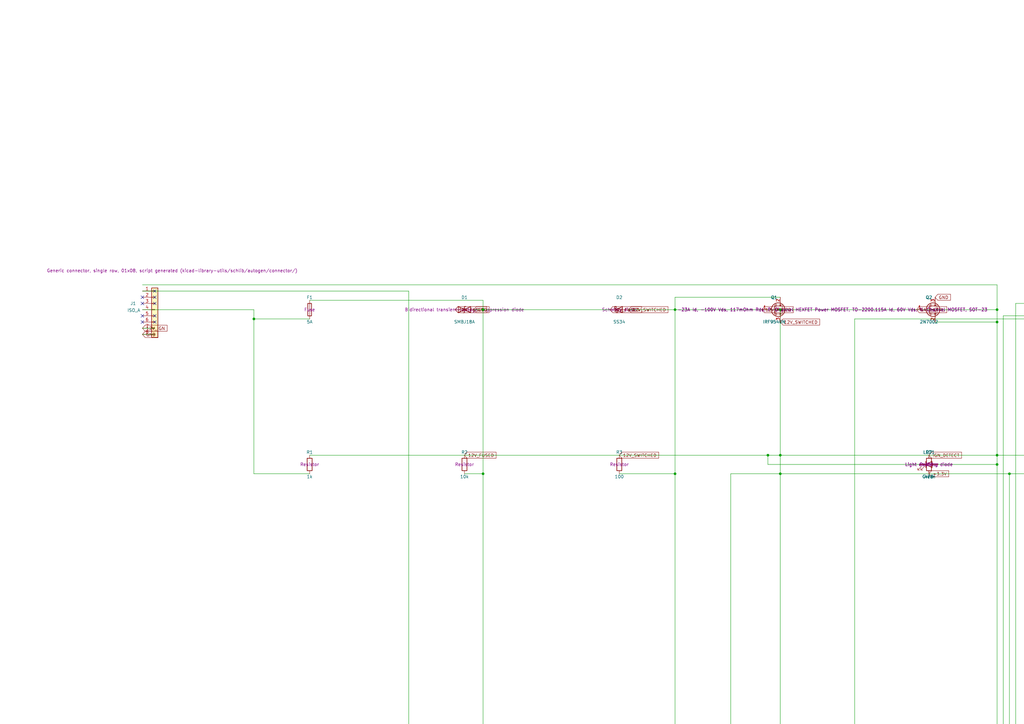
<source format=kicad_sch>
(kicad_sch (version 20250114) (generator "eeschema") (generator_version "9.0")
  (paper "A3")
  (title_block (title "WRX Power & CAN HAT") (date "2026-02-02T00:08:32.410828") (rev "1.0") (company "Auto-generated by Python"))
  (junction (at 276.86 568.96))
  (junction (at 276.86 314.96))
  (junction (at 408.94 694.69))
  (junction (at 320.04 127))
  (junction (at 408.94 186.69))
  (junction (at 568.96 317.5))
  (junction (at 734.06 821.69))
  (junction (at 408.94 132.08))
  (junction (at 477.52 194.31))
  (junction (at 734.06 764.54))
  (junction (at 411.48 693.42))
  (junction (at 487.68 711.2))
  (junction (at 401.32 574.04))
  (junction (at 104.14 130.81))
  (junction (at 408.94 309.88))
  (junction (at 734.06 767.08))
  (junction (at 487.68 523.24))
  (junction (at 421.64 129.54))
  (junction (at 299.72 505.46))
  (junction (at 401.32 575.31))
  (junction (at 408.94 567.69))
  (junction (at 447.04 384.81))
  (junction (at 408.94 127))
  (junction (at 408.94 508))
  (junction (at 571.5 320.04))
  (junction (at 167.64 511.81))
  (junction (at 487.68 377.19))
  (junction (at 408.94 711.2))
  (junction (at 408.94 377.19))
  (junction (at 411.48 515.62))
  (junction (at 355.6 515.62))
  (junction (at 698.5 765.81))
  (junction (at 505.46 675.64))
  (junction (at 236.22 377.19))
  (junction (at 487.68 384.81))
  (junction (at 408.94 317.5))
  (junction (at 487.68 502.92))
  (junction (at 601.98 568.96))
  (junction (at 276.86 194.31))
  (junction (at 566.42 571.5))
  (junction (at 401.32 702.31))
  (junction (at 276.86 702.31))
  (junction (at 408.94 754.38))
  (junction (at 236.22 320.04))
  (junction (at 408.94 716.28))
  (junction (at 378.46 571.5))
  (junction (at 401.32 384.81))
  (junction (at 487.68 702.31))
  (junction (at 401.32 718.82))
  (junction (at 276.86 127))
  (junction (at 487.68 575.31))
  (junction (at 487.68 186.69))
  (junction (at 276.86 320.04))
  (junction (at 408.94 713.74))
  (junction (at 774.7 762))
  (junction (at 299.72 575.31))
  (junction (at 314.96 186.69))
  (junction (at 408.94 698.5))
  (junction (at 320.04 194.31))
  (junction (at 195.58 317.5))
  (junction (at 416.56 520.7))
  (junction (at 411.48 575.31))
  (junction (at 408.94 190.5))
  (junction (at 421.64 124.46))
  (junction (at 198.12 127))
  (junction (at 198.12 194.31))
  (junction (at 477.52 186.69))
  (junction (at 571.5 568.96))
  (junction (at 566.42 384.81))
  (junction (at 487.68 765.81))
  (junction (at 408.94 756.92))
  (junction (at 421.64 518.16))
  (junction (at 487.68 721.36))
  (junction (at 408.94 513.08))
  (junction (at 320.04 508))
  (junction (at 355.6 511.81))
  (junction (at 414.02 194.31))
  (junction (at 474.98 317.5))
  (junction (at 320.04 186.69))
  (junction (at 401.32 721.36))
  (junction (at 734.06 758.19))
  (junction (at 421.64 525.78))
  (junction (at 421.64 695.96))
  (junction (at 401.32 568.96))
  (junction (at 487.68 194.31))
  (junction (at 487.68 504.19))
  (junction (at 195.58 314.96))
  (no_connect (at 642.62 317.5))
  (no_connect (at 375.92 690.88))
  (no_connect (at 439.42 571.5))
  (no_connect (at 375.92 708.66))
  (no_connect (at 58.42 129.54))
  (no_connect (at 566.42 701.04))
  (no_connect (at 375.92 680.72))
  (no_connect (at 388.62 721.36))
  (no_connect (at 13.97 617.22))
  (no_connect (at 566.42 695.96))
  (no_connect (at 439.42 510.54))
  (no_connect (at 566.42 718.82))
  (no_connect (at 439.42 513.08))
  (no_connect (at 629.92 317.5))
  (no_connect (at 388.62 693.42))
  (no_connect (at 375.92 723.9))
  (no_connect (at 388.62 723.9))
  (no_connect (at 566.42 708.66))
  (no_connect (at 63.5 121.92))
  (no_connect (at 566.42 698.5))
  (no_connect (at 63.5 119.38))
  (no_connect (at 439.42 574.04))
  (no_connect (at 388.62 698.5))
  (no_connect (at 375.92 716.28))
  (no_connect (at 388.62 685.8))
  (no_connect (at 375.92 706.12))
  (no_connect (at 388.62 695.96))
  (no_connect (at 439.42 505.46))
  (no_connect (at 58.42 121.92))
  (no_connect (at 375.92 688.34))
  (no_connect (at 388.62 683.26))
  (no_connect (at 58.42 124.46))
  (no_connect (at 388.62 711.2))
  (no_connect (at 629.92 320.04))
  (no_connect (at 63.5 132.08))
  (no_connect (at 388.62 713.74))
  (no_connect (at 63.5 129.54))
  (no_connect (at 375.92 678.18))
  (no_connect (at 375.92 713.74))
  (no_connect (at 388.62 706.12))
  (no_connect (at 58.42 132.08))
  (no_connect (at 388.62 690.88))
  (no_connect (at 566.42 716.28))
  (no_connect (at 63.5 124.46))
  (no_connect (at 375.92 718.82))
  (no_connect (at 375.92 683.26))
  (no_connect (at 439.42 528.32))
  (no_connect (at 439.42 508))
  (wire (pts (xy 734.06 821.69) (xy 734.06 767.08)))
  (wire (pts (xy 195.58 317.5) (xy 250.19 317.5)))
  (wire (pts (xy 439.42 515.62) (xy 411.48 515.62)))
  (wire (pts (xy 198.12 123.19) (xy 198.12 127)))
  (wire (pts (xy 408.94 698.5) (xy 408.94 694.69)))
  (wire (pts (xy 299.72 194.31) (xy 299.72 505.46)))
  (wire (pts (xy 571.5 706.12) (xy 571.5 568.96)))
  (wire (pts (xy 254 497.84) (xy 350.52 497.84)))
  (wire (pts (xy 421.64 129.54) (xy 411.48 129.54)))
  (wire (pts (xy 408.94 754.38) (xy 408.94 716.28)))
  (wire (pts (xy 408.94 309.88) (xy 408.94 317.5)))
  (wire (pts (xy 408.94 713.74) (xy 408.94 711.2)))
  (wire (pts (xy 734.06 377.19) (xy 734.06 758.19)))
  (wire (pts (xy 375.92 721.36) (xy 401.32 721.36)))
  (wire (pts (xy 421.64 695.96) (xy 447.04 695.96)))
  (wire (pts (xy 762 758.19) (xy 734.06 758.19)))
  (wire (pts (xy 320.04 194.31) (xy 414.02 194.31)))
  (wire (pts (xy 421.64 129.54) (xy 421.64 518.16)))
  (wire (pts (xy 487.68 702.31) (xy 401.32 702.31)))
  (wire (pts (xy 411.48 693.42) (xy 416.56 693.42)))
  (wire (pts (xy 254 377.19) (xy 236.22 377.19)))
  (wire (pts (xy 571.5 384.81) (xy 571.5 568.96)))
  (wire (pts (xy 381 504.19) (xy 487.68 504.19)))
  (wire (pts (xy 421.64 124.46) (xy 421.64 129.54)))
  (wire (pts (xy 408.94 127) (xy 408.94 132.08)))
  (wire (pts (xy 276.86 314.96) (xy 276.86 320.04)))
  (wire (pts (xy 195.58 321.31) (xy 195.58 317.5)))
  (wire (pts (xy 401.32 568.96) (xy 276.86 568.96)))
  (wire (pts (xy 314.96 186.69) (xy 314.96 190.5)))
  (wire (pts (xy 127 690.88) (xy 167.64 690.88)))
  (wire (pts (xy 299.72 505.46) (xy 325.12 505.46)))
  (wire (pts (xy 190.5 313.69) (xy 401.32 313.69)))
  (wire (pts (xy 820.42 764.54) (xy 734.06 764.54)))
  (wire (pts (xy 487.68 384.81) (xy 487.68 502.92)))
  (wire (pts (xy 734.06 767.08) (xy 734.06 764.54)))
  (wire (pts (xy 408.94 756.92) (xy 408.94 754.38)))
  (wire (pts (xy 388.62 716.28) (xy 408.94 716.28)))
  (wire (pts (xy 414.02 194.31) (xy 477.52 194.31)))
  (wire (pts (xy 408.94 377.19) (xy 408.94 508)))
  (wire (pts (xy 401.32 575.31) (xy 411.48 575.31)))
  (wire (pts (xy 820.42 762) (xy 774.7 762)))
  (wire (pts (xy 377.19 190.5) (xy 314.96 190.5)))
  (wire (pts (xy 401.32 575.31) (xy 401.32 574.04)))
  (wire (pts (xy 350.52 130.81) (xy 350.52 497.84)))
  (wire (pts (xy 820.42 756.92) (xy 408.94 756.92)))
  (wire (pts (xy 236.22 320.04) (xy 276.86 320.04)))
  (wire (pts (xy 601.98 568.96) (xy 571.5 568.96)))
  (wire (pts (xy 408.94 132.08) (xy 408.94 186.69)))
  (wire (pts (xy 276.86 127) (xy 276.86 194.31)))
  (wire (pts (xy 198.12 127) (xy 198.12 194.31)))
  (wire (pts (xy 355.6 515.62) (xy 411.48 515.62)))
  (wire (pts (xy 566.42 508) (xy 505.46 508)))
  (wire (pts (xy 254 515.62) (xy 355.6 515.62)))
  (wire (pts (xy 236.22 384.81) (xy 401.32 384.81)))
  (wire (pts (xy 276.86 702.31) (xy 299.72 702.31)))
  (wire (pts (xy 698.5 384.81) (xy 698.5 694.69)))
  (wire (pts (xy 355.6 511.81) (xy 355.6 515.62)))
  (wire (pts (xy 566.42 711.2) (xy 487.68 711.2)))
  (wire (pts (xy 104.14 127) (xy 104.14 130.81)))
  (wire (pts (xy 276.86 121.92) (xy 276.86 127)))
  (wire (pts (xy 58.42 134.62) (xy 63.5 134.62)))
  (wire (pts (xy 698.5 702.31) (xy 698.5 758.19)))
  (wire (pts (xy 439.42 523.24) (xy 487.68 523.24)))
  (wire (pts (xy 408.94 513.08) (xy 408.94 508)))
  (wire (pts (xy 190.5 694.69) (xy 408.94 694.69)))
  (wire (pts (xy 355.6 510.54) (xy 355.6 511.81)))
  (wire (pts (xy 574.04 502.92) (xy 601.98 502.92)))
  (wire (pts (xy 58.42 116.84) (xy 408.94 116.84)))
  (wire (pts (xy 575.31 317.5) (xy 568.96 317.5)))
  (wire (pts (xy 401.32 574.04) (xy 401.32 568.96)))
  (wire (pts (xy 571.5 320.04) (xy 566.42 320.04)))
  (wire (pts (xy 421.64 525.78) (xy 421.64 518.16)))
  (wire (pts (xy 378.46 571.5) (xy 378.46 765.81)))
  (wire (pts (xy 401.32 568.96) (xy 571.5 568.96)))
  (wire (pts (xy 320.04 194.31) (xy 320.04 508)))
  (wire (pts (xy 411.48 515.62) (xy 411.48 575.31)))
  (wire (pts (xy 375.92 695.96) (xy 421.64 695.96)))
  (wire (pts (xy 375.92 711.2) (xy 408.94 711.2)))
  (wire (pts (xy 571.5 567.69) (xy 568.96 567.69)))
  (wire (pts (xy 381 511.81) (xy 355.6 511.81)))
  (wire (pts (xy 254 194.31) (xy 276.86 194.31)))
  (wire (pts (xy 734.06 821.69) (xy 774.7 821.69)))
  (wire (pts (xy 487.68 765.81) (xy 698.5 765.81)))
  (wire (pts (xy 571.5 575.31) (xy 487.68 575.31)))
  (wire (pts (xy 505.46 829.31) (xy 505.46 675.64)))
  (wire (pts (xy 408.94 716.28) (xy 408.94 713.74)))
  (wire (pts (xy 195.58 314.96) (xy 195.58 317.5)))
  (wire (pts (xy 566.42 706.12) (xy 571.5 706.12)))
  (wire (pts (xy 566.42 384.81) (xy 566.42 571.5)))
  (wire (pts (xy 487.68 194.31) (xy 487.68 377.19)))
  (wire (pts (xy 375.92 675.64) (xy 505.46 675.64)))
  (wire (pts (xy 421.64 124.46) (xy 452.12 124.46)))
  (wire (pts (xy 444.5 384.81) (xy 447.04 384.81)))
  (wire (pts (xy 243.84 505.46) (xy 299.72 505.46)))
  (wire (pts (xy 320.04 186.69) (xy 408.94 186.69)))
  (wire (pts (xy 487.68 377.19) (xy 487.68 384.81)))
  (wire (pts (xy 820.42 754.38) (xy 408.94 754.38)))
  (wire (pts (xy 487.68 702.31) (xy 487.68 575.31)))
  (wire (pts (xy 408.94 513.08) (xy 574.04 513.08)))
  (wire (pts (xy 487.68 502.92) (xy 487.68 504.19)))
  (wire (pts (xy 635 377.19) (xy 734.06 377.19)))
  (wire (pts (xy 408.94 698.5) (xy 421.64 698.5)))
  (wire (pts (xy 568.96 317.5) (xy 568.96 567.69)))
  (wire (pts (xy 190.5 321.31) (xy 195.58 321.31)))
  (wire (pts (xy 320.04 194.31) (xy 299.72 194.31)))
  (wire (pts (xy 447.04 384.81) (xy 447.04 695.96)))
  (wire (pts (xy 566.42 320.04) (xy 566.42 384.81)))
  (wire (pts (xy 439.42 518.16) (xy 421.64 518.16)))
  (wire (pts (xy 320.04 508) (xy 408.94 508)))
  (wire (pts (xy 408.94 186.69) (xy 408.94 190.5)))
  (wire (pts (xy 508 377.19) (xy 487.68 377.19)))
  (wire (pts (xy 487.68 702.31) (xy 698.5 702.31)))
  (wire (pts (xy 401.32 702.31) (xy 401.32 575.31)))
  (wire (pts (xy 487.68 523.24) (xy 487.68 575.31)))
  (wire (pts (xy 317.5 377.19) (xy 408.94 377.19)))
  (wire (pts (xy 487.68 721.36) (xy 487.68 711.2)))
  (wire (pts (xy 127 575.31) (xy 198.12 575.31)))
  (wire (pts (xy 190.5 702.31) (xy 276.86 702.31)))
  (wire (pts (xy 571.5 384.81) (xy 566.42 384.81)))
  (wire (pts (xy 601.98 568.96) (xy 693.42 568.96)))
  (wire (pts (xy 119.38 698.5) (xy 408.94 698.5)))
  (wire (pts (xy 487.68 186.69) (xy 635 186.69)))
  (wire (pts (xy 236.22 384.81) (xy 236.22 377.19)))
  (wire (pts (xy 320.04 127) (xy 408.94 127)))
  (wire (pts (xy 762 765.81) (xy 698.5 765.81)))
  (wire (pts (xy 421.64 695.96) (xy 421.64 525.78)))
  (wire (pts (xy 195.58 314.96) (xy 276.86 314.96)))
  (wire (pts (xy 474.98 317.5) (xy 408.94 317.5)))
  (wire (pts (xy 408.94 116.84) (xy 408.94 127)))
  (wire (pts (xy 820.42 767.08) (xy 734.06 767.08)))
  (wire (pts (xy 167.64 690.88) (xy 167.64 511.81)))
  (wire (pts (xy 444.5 377.19) (xy 408.94 377.19)))
  (wire (pts (xy 474.98 317.5) (xy 504.19 317.5)))
  (wire (pts (xy 194.31 571.5) (xy 378.46 571.5)))
  (wire (pts (xy 401.32 721.36) (xy 487.68 721.36)))
  (wire (pts (xy 487.68 575.31) (xy 411.48 575.31)))
  (wire (pts (xy 401.32 721.36) (xy 401.32 718.82)))
  (wire (pts (xy 635 821.69) (xy 734.06 821.69)))
  (wire (pts (xy 299.72 702.31) (xy 299.72 575.31)))
  (wire (pts (xy 477.52 186.69) (xy 487.68 186.69)))
  (wire (pts (xy 127 130.81) (xy 104.14 130.81)))
  (wire (pts (xy 411.48 129.54) (xy 411.48 515.62)))
  (wire (pts (xy 474.98 123.19) (xy 474.98 317.5)))
  (wire (pts (xy 388.62 708.66) (xy 325.12 708.66)))
  (wire (pts (xy 408.94 317.5) (xy 408.94 377.19)))
  (wire (pts (xy 320.04 127) (xy 320.04 186.69)))
  (wire (pts (xy 317.5 511.81) (xy 167.64 511.81)))
  (wire (pts (xy 487.68 711.2) (xy 487.68 702.31)))
  (wire (pts (xy 114.3 320.04) (xy 236.22 320.04)))
  (wire (pts (xy 444.5 123.19) (xy 474.98 123.19)))
  (wire (pts (xy 276.86 702.31) (xy 276.86 568.96)))
  (wire (pts (xy 566.42 703.58) (xy 566.42 571.5)))
  (wire (pts (xy 276.86 127) (xy 320.04 127)))
  (wire (pts (xy 416.56 693.42) (xy 416.56 520.7)))
  (wire (pts (xy 421.64 698.5) (xy 421.64 695.96)))
  (wire (pts (xy 820.42 759.46) (xy 774.7 759.46)))
  (wire (pts (xy 299.72 575.31) (xy 299.72 505.46)))
  (wire (pts (xy 629.92 571.5) (xy 693.42 571.5)))
  (wire (pts (xy 257.81 127) (xy 276.86 127)))
  (wire (pts (xy 276.86 194.31) (xy 276.86 314.96)))
  (wire (pts (xy 477.52 186.69) (xy 477.52 194.31)))
  (wire (pts (xy 384.81 190.5) (xy 408.94 190.5)))
  (wire (pts (xy 487.68 504.19) (xy 487.68 523.24)))
  (wire (pts (xy 320.04 186.69) (xy 320.04 194.31)))
  (wire (pts (xy 190.5 194.31) (xy 198.12 194.31)))
  (wire (pts (xy 487.68 765.81) (xy 487.68 721.36)))
  (wire (pts (xy 693.42 574.04) (xy 401.32 574.04)))
  (wire (pts (xy 257.81 317.5) (xy 408.94 317.5)))
  (wire (pts (xy 314.96 186.69) (xy 320.04 186.69)))
  (wire (pts (xy 408.94 694.69) (xy 698.5 694.69)))
  (wire (pts (xy 58.42 137.16) (xy 63.5 137.16)))
  (wire (pts (xy 447.04 384.81) (xy 487.68 384.81)))
  (wire (pts (xy 236.22 320.04) (xy 236.22 377.19)))
  (wire (pts (xy 566.42 713.74) (xy 408.94 713.74)))
  (wire (pts (xy 487.68 194.31) (xy 635 194.31)))
  (wire (pts (xy 421.64 124.46) (xy 416.56 124.46)))
  (wire (pts (xy 198.12 127) (xy 250.19 127)))
  (wire (pts (xy 487.68 765.81) (xy 378.46 765.81)))
  (wire (pts (xy 325.12 505.46) (xy 325.12 708.66)))
  (wire (pts (xy 299.72 575.31) (xy 401.32 575.31)))
  (wire (pts (xy 320.04 121.92) (xy 276.86 121.92)))
  (wire (pts (xy 408.94 190.5) (xy 408.94 309.88)))
  (wire (pts (xy 114.3 314.96) (xy 195.58 314.96)))
  (wire (pts (xy 104.14 130.81) (xy 104.14 194.31)))
  (wire (pts (xy 408.94 567.69) (xy 408.94 513.08)))
  (wire (pts (xy 127 186.69) (xy 314.96 186.69)))
  (wire (pts (xy 194.31 127) (xy 198.12 127)))
  (wire (pts (xy 127 194.31) (xy 104.14 194.31)))
  (wire (pts (xy 401.32 384.81) (xy 401.32 568.96)))
  (wire (pts (xy 58.42 119.38) (xy 167.64 119.38)))
  (wire (pts (xy 408.94 758.19) (xy 408.94 756.92)))
  (wire (pts (xy 408.94 758.19) (xy 698.5 758.19)))
  (wire (pts (xy 411.48 693.42) (xy 411.48 575.31)))
  (wire (pts (xy 571.5 320.04) (xy 571.5 377.19)))
  (wire (pts (xy 408.94 694.69) (xy 408.94 567.69)))
  (wire (pts (xy 408.94 711.2) (xy 408.94 698.5)))
  (wire (pts (xy 127 309.88) (xy 408.94 309.88)))
  (wire (pts (xy 601.98 502.92) (xy 601.98 568.96)))
  (wire (pts (xy 383.54 132.08) (xy 408.94 132.08)))
  (wire (pts (xy 243.84 510.54) (xy 355.6 510.54)))
  (wire (pts (xy 414.02 194.31) (xy 414.02 571.5)))
  (wire (pts (xy 254 575.31) (xy 299.72 575.31)))
  (wire (pts (xy 243.84 508) (xy 320.04 508)))
  (wire (pts (xy 508 384.81) (xy 487.68 384.81)))
  (wire (pts (xy 375.92 693.42) (xy 411.48 693.42)))
  (wire (pts (xy 635 384.81) (xy 698.5 384.81)))
  (wire (pts (xy 505.46 508) (xy 505.46 675.64)))
  (wire (pts (xy 416.56 124.46) (xy 416.56 520.7)))
  (wire (pts (xy 388.62 718.82) (xy 401.32 718.82)))
  (wire (pts (xy 243.84 502.92) (xy 487.68 502.92)))
  (wire (pts (xy 378.46 571.5) (xy 414.02 571.5)))
  (wire (pts (xy 439.42 520.7) (xy 416.56 520.7)))
  (wire (pts (xy 487.68 186.69) (xy 487.68 194.31)))
  (wire (pts (xy 571.5 320.04) (xy 642.62 320.04)))
  (wire (pts (xy 487.68 194.31) (xy 477.52 194.31)))
  (wire (pts (xy 408.94 186.69) (xy 477.52 186.69)))
  (wire (pts (xy 127 123.19) (xy 198.12 123.19)))
  (wire (pts (xy 774.7 762) (xy 774.7 821.69)))
  (wire (pts (xy 502.92 571.5) (xy 566.42 571.5)))
  (wire (pts (xy 58.42 127) (xy 104.14 127)))
  (wire (pts (xy 511.81 317.5) (xy 568.96 317.5)))
  (wire (pts (xy 401.32 718.82) (xy 401.32 702.31)))
  (wire (pts (xy 401.32 313.69) (xy 401.32 384.81)))
  (wire (pts (xy 198.12 194.31) (xy 198.12 575.31)))
  (wire (pts (xy 734.06 764.54) (xy 734.06 758.19)))
  (wire (pts (xy 444.5 130.81) (xy 350.52 130.81)))
  (wire (pts (xy 276.86 320.04) (xy 276.86 568.96)))
  (wire (pts (xy 774.7 759.46) (xy 774.7 762)))
  (wire (pts (xy 167.64 119.38) (xy 167.64 511.81)))
  (wire (pts (xy 571.5 829.31) (xy 505.46 829.31)))
  (wire (pts (xy 421.64 129.54) (xy 452.12 129.54)))
  (wire (pts (xy 127 567.69) (xy 408.94 567.69)))
  (wire (pts (xy 439.42 525.78) (xy 421.64 525.78)))
  (global_label "SPI_SCLK" (shape input) (at 439.42 495.3 0) (property "Intersheetrefs" "${INTERSHEET_REFS}" (effects (hide yes))))
  (global_label "IGN_DETECT" (shape input) (at 317.5 567.69 0) (property "Intersheetrefs" "${INTERSHEET_REFS}" (effects (hide yes))))
  (global_label "GATE_CTRL" (shape input) (at 444.5 186.69 0) (property "Intersheetrefs" "${INTERSHEET_REFS}" (effects (hide yes))))
  (global_label "12V_FUSED" (shape input) (at 190.5 186.69 0) (property "Intersheetrefs" "${INTERSHEET_REFS}" (effects (hide yes))))
  (global_label "SPI_MOSI" (shape input) (at 439.42 497.84 0) (property "Intersheetrefs" "${INTERSHEET_REFS}" (effects (hide yes))))
  (global_label "GND" (shape input) (at 254 702.31 0) (property "Intersheetrefs" "${INTERSHEET_REFS}" (effects (hide yes))))
  (global_label "SPI_SCLK" (shape input) (at 436.88 129.54 0) (property "Intersheetrefs" "${INTERSHEET_REFS}" (effects (hide yes))))
  (global_label "Q2_GATE" (shape input) (at 508 186.69 0) (property "Intersheetrefs" "${INTERSHEET_REFS}" (effects (hide yes))))
  (global_label "SPI_MISO" (shape input) (at 439.42 490.22 0) (property "Intersheetrefs" "${INTERSHEET_REFS}" (effects (hide yes))))
  (global_label "GND" (shape input) (at 383.54 121.92 0) (property "Intersheetrefs" "${INTERSHEET_REFS}" (effects (hide yes))))
  (global_label "GND" (shape input) (at 58.42 137.16 0) (property "Intersheetrefs" "${INTERSHEET_REFS}" (effects (hide yes))))
  (global_label "CAN_TX" (shape input) (at 566.42 680.72 0) (property "Intersheetrefs" "${INTERSHEET_REFS}" (effects (hide yes))))
  (global_label "CANL" (shape input) (at 566.42 690.88 0) (property "Intersheetrefs" "${INTERSHEET_REFS}" (effects (hide yes))))
  (global_label "12V_FUSED" (shape input) (at 312.42 127 0) (property "Intersheetrefs" "${INTERSHEET_REFS}" (effects (hide yes))))
  (global_label "GND" (shape input) (at 317.5 575.31 0) (property "Intersheetrefs" "${INTERSHEET_REFS}" (effects (hide yes))))
  (global_label "GND" (shape input) (at 388.62 680.72 0) (property "Intersheetrefs" "${INTERSHEET_REFS}" (effects (hide yes))))
  (global_label "+5V" (shape input) (at 388.62 675.64 0) (property "Intersheetrefs" "${INTERSHEET_REFS}" (effects (hide yes))))
  (global_label "+3.3V" (shape input) (at 439.42 492.76 0) (property "Intersheetrefs" "${INTERSHEET_REFS}" (effects (hide yes))))
  (global_label "RESET" (shape input) (at 439.42 500.38 0) (property "Intersheetrefs" "${INTERSHEET_REFS}" (effects (hide yes))))
  (global_label "+3.3V" (shape input) (at 571.5 194.31 0) (property "Intersheetrefs" "${INTERSHEET_REFS}" (effects (hide yes))))
  (global_label "SPI_SCLK" (shape input) (at 375.92 703.58 0) (property "Intersheetrefs" "${INTERSHEET_REFS}" (effects (hide yes))))
  (global_label "GND" (shape input) (at 820.42 769.62 0) (property "Intersheetrefs" "${INTERSHEET_REFS}" (effects (hide yes))))
  (global_label "HEARTBEAT_LED" (shape input) (at 254 500.38 0) (property "Intersheetrefs" "${INTERSHEET_REFS}" (effects (hide yes))))
  (global_label "XTAL1" (shape input) (at 186.69 571.5 0) (property "Intersheetrefs" "${INTERSHEET_REFS}" (effects (hide yes))))
  (global_label "U1_FB" (shape input) (at 139.7 314.96 0) (property "Intersheetrefs" "${INTERSHEET_REFS}" (effects (hide yes))))
  (global_label "GND" (shape input) (at 127 325.12 0) (property "Intersheetrefs" "${INTERSHEET_REFS}" (effects (hide yes))))
  (global_label "12V_FUSED" (shape input) (at 186.69 127 0) (property "Intersheetrefs" "${INTERSHEET_REFS}" (effects (hide yes))))
  (global_label "GND" (shape input) (at 243.84 508 0) (property "Intersheetrefs" "${INTERSHEET_REFS}" (effects (hide yes))))
  (global_label "IGN_DETECT" (shape input) (at 381 186.69 0) (property "Intersheetrefs" "${INTERSHEET_REFS}" (effects (hide yes))))
  (global_label "GND" (shape input) (at 194.31 127 0) (property "Intersheetrefs" "${INTERSHEET_REFS}" (effects (hide yes))))
  (global_label "IGN_DETECT" (shape input) (at 243.84 510.54 0) (property "Intersheetrefs" "${INTERSHEET_REFS}" (effects (hide yes))))
  (global_label "U1_SW" (shape input) (at 257.81 317.5 0) (property "Intersheetrefs" "${INTERSHEET_REFS}" (effects (hide yes))))
  (global_label "+5V" (shape input) (at 254 567.69 0) (property "Intersheetrefs" "${INTERSHEET_REFS}" (effects (hide yes))))
  (global_label "SPI_CE0" (shape input) (at 436.88 124.46 0) (property "Intersheetrefs" "${INTERSHEET_REFS}" (effects (hide yes))))
  (global_label "TIMER_LED" (shape input) (at 254 518.16 0) (property "Intersheetrefs" "${INTERSHEET_REFS}" (effects (hide yes))))
  (global_label "LED3_ANODE" (shape input) (at 567.69 317.5 0) (property "Intersheetrefs" "${INTERSHEET_REFS}" (effects (hide yes))))
  (global_label "12V_SWITCHED" (shape input) (at 257.81 127 0) (property "Intersheetrefs" "${INTERSHEET_REFS}" (effects (hide yes))))
  (global_label "12V_SWITCHED" (shape input) (at 114.3 314.96 0) (property "Intersheetrefs" "${INTERSHEET_REFS}" (effects (hide yes))))
  (global_label "GND" (shape input) (at 571.5 765.81 0) (property "Intersheetrefs" "${INTERSHEET_REFS}" (effects (hide yes))))
  (global_label "12V_FUSED" (shape input) (at 250.19 127 0) (property "Intersheetrefs" "${INTERSHEET_REFS}" (effects (hide yes))))
  (global_label "+5V" (shape input) (at 635 694.69 0) (property "Intersheetrefs" "${INTERSHEET_REFS}" (effects (hide yes))))
  (global_label "GND" (shape input) (at 566.42 683.26 0) (property "Intersheetrefs" "${INTERSHEET_REFS}" (effects (hide yes))))
  (global_label "SHUTDOWN_REQ" (shape input) (at 264.16 510.54 0) (property "Intersheetrefs" "${INTERSHEET_REFS}" (effects (hide yes))))
  (global_label "CAN_RX" (shape input) (at 566.42 688.34 0) (property "Intersheetrefs" "${INTERSHEET_REFS}" (effects (hide yes))))
  (global_label "+3.3V" (shape input) (at 381 567.69 0) (property "Intersheetrefs" "${INTERSHEET_REFS}" (effects (hide yes))))
  (global_label "+3.3V" (shape input) (at 381 194.31 0) (property "Intersheetrefs" "${INTERSHEET_REFS}" (effects (hide yes))))
  (global_label "GND" (shape input) (at 439.42 502.92 0) (property "Intersheetrefs" "${INTERSHEET_REFS}" (effects (hide yes))))
  (global_label "U1_FB" (shape input) (at 254 384.81 0) (property "Intersheetrefs" "${INTERSHEET_REFS}" (effects (hide yes))))
  (global_label "SPI_CE0" (shape input) (at 388.62 703.58 0) (property "Intersheetrefs" "${INTERSHEET_REFS}" (effects (hide yes))))
  (global_label "12V_IGN" (shape input) (at 127 706.12 0) (property "Intersheetrefs" "${INTERSHEET_REFS}" (effects (hide yes))))
  (global_label "CANH" (shape input) (at 566.42 693.42 0) (property "Intersheetrefs" "${INTERSHEET_REFS}" (effects (hide yes))))
  (global_label "GATE_CTRL" (shape input) (at 264.16 508 0) (property "Intersheetrefs" "${INTERSHEET_REFS}" (effects (hide yes))))
  (global_label "12V_IGN" (shape input) (at 58.42 134.62 0) (property "Intersheetrefs" "${INTERSHEET_REFS}" (effects (hide yes))))
  (global_label "GATE_CTRL" (shape input) (at 375.92 127 0) (property "Intersheetrefs" "${INTERSHEET_REFS}" (effects (hide yes))))
  (global_label "XTAL1" (shape input) (at 571.5 758.19 0) (property "Intersheetrefs" "${INTERSHEET_REFS}" (effects (hide yes))))
  (global_label "FAN-" (shape input) (at 629.92 574.04 0) (property "Intersheetrefs" "${INTERSHEET_REFS}" (effects (hide yes))))
  (global_label "SPI_MISO" (shape input) (at 375.92 701.04 0) (property "Intersheetrefs" "${INTERSHEET_REFS}" (effects (hide yes))))
  (global_label "AUDIO_R_OUT" (shape input) (at 698.5 829.31 0) (property "Intersheetrefs" "${INTERSHEET_REFS}" (effects (hide yes))))
  (global_label "12V_SWITCHED" (shape input) (at 320.04 132.08 0) (property "Intersheetrefs" "${INTERSHEET_REFS}" (effects (hide yes))))
  (global_label "12V_IGN" (shape input) (at 317.5 504.19 0) (property "Intersheetrefs" "${INTERSHEET_REFS}" (effects (hide yes))))
  (global_label "+3.3V" (shape input) (at 243.84 513.08 0) (property "Intersheetrefs" "${INTERSHEET_REFS}" (effects (hide yes))))
  (global_label "GND" (shape input) (at 317.5 384.81 0) (property "Intersheetrefs" "${INTERSHEET_REFS}" (effects (hide yes))))
  (global_label "AUDIO_R_OUT" (shape input) (at 762 829.31 0) (property "Intersheetrefs" "${INTERSHEET_REFS}" (effects (hide yes))))
  (global_label "AUDIO_R+" (shape input) (at 698.5 821.69 0) (property "Intersheetrefs" "${INTERSHEET_REFS}" (effects (hide yes))))
  (global_label "GND" (shape input) (at 375.92 685.8 0) (property "Intersheetrefs" "${INTERSHEET_REFS}" (effects (hide yes))))
  (global_label "+3.3V" (shape input) (at 571.5 186.69 0) (property "Intersheetrefs" "${INTERSHEET_REFS}" (effects (hide yes))))
  (global_label "GND" (shape input) (at 134.62 698.5 0) (property "Intersheetrefs" "${INTERSHEET_REFS}" (effects (hide yes))))
  (global_label "+5V" (shape input) (at 388.62 678.18 0) (property "Intersheetrefs" "${INTERSHEET_REFS}" (effects (hide yes))))
  (global_label "SPI_MOSI" (shape input) (at 375.92 698.5 0) (property "Intersheetrefs" "${INTERSHEET_REFS}" (effects (hide yes))))
  (global_label "+3.3V" (shape input) (at 566.42 685.8 0) (property "Intersheetrefs" "${INTERSHEET_REFS}" (effects (hide yes))))
  (global_label "IGN_DETECT" (shape input) (at 254 694.69 0) (property "Intersheetrefs" "${INTERSHEET_REFS}" (effects (hide yes))))
  (global_label "CANH" (shape input) (at 571.5 377.19 0) (property "Intersheetrefs" "${INTERSHEET_REFS}" (effects (hide yes))))
  (global_label "GND" (shape input) (at 250.19 317.5 0) (property "Intersheetrefs" "${INTERSHEET_REFS}" (effects (hide yes))))
  (global_label "U1_SW" (shape input) (at 139.7 320.04 0) (property "Intersheetrefs" "${INTERSHEET_REFS}" (effects (hide yes))))
  (global_label "GND" (shape input) (at 508 194.31 0) (property "Intersheetrefs" "${INTERSHEET_REFS}" (effects (hide yes))))
  (global_label "GND" (shape input) (at 511.81 317.5 0) (property "Intersheetrefs" "${INTERSHEET_REFS}" (effects (hide yes))))
  (global_label "AUDIO_R-" (shape input) (at 762 821.69 0) (property "Intersheetrefs" "${INTERSHEET_REFS}" (effects (hide yes))))
  (global_label "GND" (shape input) (at 635 702.31 0) (property "Intersheetrefs" "${INTERSHEET_REFS}" (effects (hide yes))))
  (global_label "SHUTDOWN_REQ" (shape input) (at 388.62 688.34 0) (property "Intersheetrefs" "${INTERSHEET_REFS}" (effects (hide yes))))
  (global_label "CANH" (shape input) (at 629.92 314.96 0) (property "Intersheetrefs" "${INTERSHEET_REFS}" (effects (hide yes))))
  (global_label "GND" (shape input) (at 381 575.31 0) (property "Intersheetrefs" "${INTERSHEET_REFS}" (effects (hide yes))))
  (global_label "+3.3V" (shape input) (at 635 758.19 0) (property "Intersheetrefs" "${INTERSHEET_REFS}" (effects (hide yes))))
  (global_label "CANL" (shape input) (at 502.92 574.04 0) (property "Intersheetrefs" "${INTERSHEET_REFS}" (effects (hide yes))))
  (global_label "CANL" (shape input) (at 642.62 314.96 0) (property "Intersheetrefs" "${INTERSHEET_REFS}" (effects (hide yes))))
  (global_label "LED2_ANODE" (shape input) (at 444.5 130.81 0) (property "Intersheetrefs" "${INTERSHEET_REFS}" (effects (hide yes))))
  (global_label "CAN_INT" (shape input) (at 388.62 701.04 0) (property "Intersheetrefs" "${INTERSHEET_REFS}" (effects (hide yes))))
  (global_label "AUDIO_L_OUT" (shape input) (at 635 829.31 0) (property "Intersheetrefs" "${INTERSHEET_REFS}" (effects (hide yes))))
  (global_label "Q2_GATE" (shape input) (at 444.5 194.31 0) (property "Intersheetrefs" "${INTERSHEET_REFS}" (effects (hide yes))))
  (global_label "12V_SWITCHED" (shape input) (at 254 186.69 0) (property "Intersheetrefs" "${INTERSHEET_REFS}" (effects (hide yes))))
  (global_label "FAN_PWM" (shape input) (at 571.5 821.69 0) (property "Intersheetrefs" "${INTERSHEET_REFS}" (effects (hide yes))))
  (global_label "XTAL2" (shape input) (at 194.31 571.5 0) (property "Intersheetrefs" "${INTERSHEET_REFS}" (effects (hide yes))))
  (global_label "GND" (shape input) (at 635 765.81 0) (property "Intersheetrefs" "${INTERSHEET_REFS}" (effects (hide yes))))
  (symbol (lib_id "Device:C") (at 635 190.5 0) (unit 1)
    (property "Reference" "C10" (at 635 185.5 0))
    (property "Value" "10uF" (at 635 195.5 0))
    (property "Description" "Unpolarized capacitor" (at 635 190.5 0))
  )
  (symbol (lib_id "Device:R") (at 254 381 0) (unit 1)
    (property "Reference" "R4" (at 254 376 0))
    (property "Value" "1.5k" (at 254 386 0))
    (property "Description" "Resistor" (at 254 381 0))
  )
  (symbol (lib_id "Device:R") (at 317.5 381 0) (unit 1)
    (property "Reference" "R5" (at 317.5 376 0))
    (property "Value" "1k" (at 317.5 386 0))
    (property "Description" "Resistor" (at 317.5 381 0))
  )
  (symbol (lib_id "Device:Crystal") (at 190.5 571.5 0) (unit 1)
    (property "Reference" "Y1" (at 190.5 566.5 0))
    (property "Value" "8MHz" (at 190.5 576.5 0))
    (property "Description" "Two pin crystal" (at 190.5 571.5 0))
  )
  (symbol (lib_id "Device:C") (at 698.5 762 0) (unit 1)
    (property "Reference" "C14" (at 698.5 757 0))
    (property "Value" "2.2uF" (at 698.5 767 0))
    (property "Description" "Unpolarized capacitor" (at 698.5 762 0))
  )
  (symbol (lib_id "Connector_Generic:Conn_01x16") (at 444.5 508 0) (unit 1)
    (property "Reference" "J3" (at 444.5 503 0))
    (property "Value" "OBD-II" (at 444.5 513 0))
    (property "Description" "Generic connector, single row, 01x16, script generated (kicad-library-utils/schlib/autogen/connector/)" (at 444.5 508 0))
  )
  (symbol (lib_id "Connector_Generic:Conn_01x02") (at 635 571.5 0) (unit 1)
    (property "Reference" "J6" (at 635 566.5 0))
    (property "Value" "FAN" (at 635 576.5 0))
    (property "Description" "Generic connector, single row, 01x02, script generated (kicad-library-utils/schlib/autogen/connector/)" (at 635 571.5 0))
  )
  (symbol (lib_id "Device:R") (at 635 381 0) (unit 1)
    (property "Reference" "R16" (at 635 376 0))
    (property "Value" "470" (at 635 386 0))
    (property "Description" "Resistor" (at 635 381 0))
  )
  (symbol (lib_id "Device:R") (at 381 508 0) (unit 1)
    (property "Reference" "R8" (at 381 503 0))
    (property "Value" "120" (at 381 513 0))
    (property "Description" "Resistor" (at 381 508 0))
  )
  (symbol (lib_id "Device:C") (at 635 698.5 0) (unit 1)
    (property "Reference" "C11" (at 635 693.5 0))
    (property "Value" "1uF" (at 635 703.5 0))
    (property "Description" "Unpolarized capacitor" (at 635 698.5 0))
  )
  (symbol (lib_id "Connector:Screw_Terminal_01x02") (at 444.5 571.5 0) (unit 1)
    (property "Reference" "J4" (at 444.5 566.5 0))
    (property "Value" "CAN_Term" (at 444.5 576.5 0))
    (property "Description" "Generic screw terminal, single row, 01x02, script generated (kicad-library-utils/schlib/autogen/connector/)" (at 444.5 571.5 0))
  )
  (symbol (lib_id "Device:D_Schottky") (at 254 127 0) (unit 1)
    (property "Reference" "D2" (at 254 122 0))
    (property "Value" "SS34" (at 254 132 0))
    (property "Description" "Schottky diode" (at 254 127 0))
  )
  (symbol (lib_id "Device:C") (at 571.5 190.5 0) (unit 1)
    (property "Reference" "C8" (at 571.5 185.5 0))
    (property "Value" "100nF" (at 571.5 195.5 0))
    (property "Description" "Unpolarized capacitor" (at 571.5 190.5 0))
  )
  (symbol (lib_id "Device:C") (at 381 571.5 0) (unit 1)
    (property "Reference" "C6" (at 381 566.5 0))
    (property "Value" "22pF" (at 381 576.5 0))
    (property "Description" "Unpolarized capacitor" (at 381 571.5 0))
  )
  (symbol (lib_id "Device:C") (at 635 762 0) (unit 1)
    (property "Reference" "C12" (at 635 757 0))
    (property "Value" "2.2uF" (at 635 767 0))
    (property "Description" "Unpolarized capacitor" (at 635 762 0))
  )
  (symbol (lib_id "Device:L") (at 190.5 317.5 0) (unit 1)
    (property "Reference" "L1" (at 190.5 312.5 0))
    (property "Value" "33uH" (at 190.5 322.5 0))
    (property "Description" "Inductor" (at 190.5 317.5 0))
  )
  (symbol (lib_id "Connector_Generic:Conn_01x08") (at 63.5 127 0) (unit 1)
    (property "Reference" "J1" (at 54.61 124.46 0))
    (property "Value" "ISO_A" (at 54.864 127.254 0))
    (property "Description" "Generic connector, single row, 01x08, script generated (kicad-library-utils/schlib/autogen/connector/)" (at 70.612 110.998 0))
  )
  (symbol (lib_id "Regulator_Linear:AMS1117-3.3") (at 127 698.5 0) (unit 1)
    (property "Reference" "U2" (at 127 693.5 0))
    (property "Value" "AMS1117-3.3" (at 127 703.5 0))
    (property "Footprint" "Package_TO_SOT_SMD:SOT-223-3_TabPin2" (effects (hide yes)))
    (property "Datasheet" "http://www.advanced-monolithic.com/pdf/ds1117.pdf" (effects (hide yes)))
    (property "Description" "1A Low Dropout regulator, positive, 3.3V fixed output, SOT-223" (at 124.206 709.676 0))
  )
  (symbol (lib_id "Connector_Generic:Conn_02x20_Odd_Even") (at 381 698.5 0) (unit 1)
    (property "Reference" "J2" (at 381 693.5 0))
    (property "Value" "Pi_GPIO" (at 381 703.5 0))
    (property "Description" "Generic connector, double row, 02x20, odd/even pin numbering scheme (row 1 odd numbers, row 2 even numbers), script generated (kicad-library-utils/schlib/autogen/connector/)" (at 381 698.5 0))
  )
  (symbol (lib_id "Device:C") (at 254 698.5 0) (unit 1)
    (property "Reference" "C4" (at 254 693.5 0))
    (property "Value" "10uF" (at 254 703.5 0))
    (property "Description" "Unpolarized capacitor" (at 254 698.5 0))
  )
  (symbol (lib_id "Device:R") (at 571.5 825.5 0) (unit 1)
    (property "Reference" "R15" (at 571.5 820.5 0))
    (property "Value" "1k" (at 571.5 830.5 0))
    (property "Description" "Resistor" (at 571.5 825.5 0))
  )
  (symbol (lib_id "Device:C") (at 444.5 381 0) (unit 1)
    (property "Reference" "C7" (at 444.5 376 0))
    (property "Value" "100nF" (at 444.5 386 0))
    (property "Description" "Unpolarized capacitor" (at 444.5 381 0))
  )
  (symbol (lib_id "Device:R") (at 698.5 825.5 0) (unit 1)
    (property "Reference" "R18" (at 698.5 820.5 0))
    (property "Value" "1k" (at 698.5 830.5 0))
    (property "Description" "Resistor" (at 698.5 825.5 0))
  )
  (symbol (lib_id "Device:R") (at 571.5 571.5 0) (unit 1)
    (property "Reference" "R14" (at 571.5 566.5 0))
    (property "Value" "1k" (at 571.5 576.5 0))
    (property "Description" "Resistor" (at 571.5 571.5 0))
  )
  (symbol (lib_id "Connector_Generic:Conn_01x03") (at 698.5 571.5 0) (unit 1)
    (property "Reference" "JP2" (at 698.5 566.5 0))
    (property "Value" "5V/12V" (at 698.5 576.5 0))
    (property "Description" "Generic connector, single row, 01x03, script generated (kicad-library-utils/schlib/autogen/connector/)" (at 698.5 571.5 0))
  )
  (symbol (lib_id "Isolator:LTV-817S") (at 444.5 127 0) (unit 1)
    (property "Reference" "U4" (at 444.5 122 0))
    (property "Value" "LTV-817S" (at 444.5 132 0))
    (property "Footprint" "Package_DIP:SMDIP-4_W9.53mm" (effects (hide yes)))
    (property "Datasheet" "http://www.us.liteon.com/downloads/LTV-817-827-847.PDF" (effects (hide yes)))
    (property "Description" "DC Optocoupler, Vce 35V, CTR 50%, SMDIP-4" (at 444.5 127 0))
  )
  (symbol (lib_id "Device:R") (at 317.5 508 0) (unit 1)
    (property "Reference" "R6" (at 317.5 503 0))
    (property "Value" "10k" (at 317.5 513 0))
    (property "Description" "Resistor" (at 317.5 508 0))
  )
  (symbol (lib_id "Device:R") (at 508 190.5 0) (unit 1)
    (property "Reference" "R11" (at 508 185.5 0))
    (property "Value" "10k" (at 508 195.5 0))
    (property "Description" "Resistor" (at 508 190.5 0))
  )
  (symbol (lib_id "Connector_Generic:Conn_01x02") (at 508 571.5 0) (unit 1)
    (property "Reference" "JP1" (at 508 566.5 0))
    (property "Value" "Jumper" (at 508 576.5 0))
    (property "Description" "Generic connector, single row, 01x02, script generated (kicad-library-utils/schlib/autogen/connector/)" (at 508 571.5 0))
  )
  (symbol (lib_id "Device:R") (at 571.5 381 0) (unit 1)
    (property "Reference" "R13" (at 571.5 376 0))
    (property "Value" "470" (at 571.5 386 0))
    (property "Description" "Resistor" (at 571.5 381 0))
  )
  (symbol (lib_id "Device:C") (at 190.5 698.5 0) (unit 1)
    (property "Reference" "C2" (at 190.5 693.5 0))
    (property "Value" "10uF" (at 190.5 703.5 0))
    (property "Description" "Unpolarized capacitor" (at 190.5 698.5 0))
  )
  (symbol (lib_id "Device:R") (at 635 825.5 0) (unit 1)
    (property "Reference" "R17" (at 635 820.5 0))
    (property "Value" "1k" (at 635 830.5 0))
    (property "Description" "Resistor" (at 635 825.5 0))
  )
  (symbol (lib_id "Device:R") (at 444.5 127 0) (unit 1)
    (property "Reference" "R9" (at 444.5 122 0))
    (property "Value" "10k" (at 444.5 132 0))
    (property "Description" "Resistor" (at 444.5 127 0))
  )
  (symbol (lib_id "Device:D_Schottky") (at 254 317.5 0) (unit 1)
    (property "Reference" "D3" (at 254 312.5 0))
    (property "Value" "SS54" (at 254 322.5 0))
    (property "Description" "Schottky diode" (at 254 317.5 0))
  )
  (symbol (lib_id "Regulator_Switching:LM2596S-5") (at 127 317.5 0) (unit 1)
    (property "Reference" "U1" (at 127 312.5 0))
    (property "Value" "LM2596S-5.0" (at 127 322.5 0))
    (property "Footprint" "Package_TO_SOT_SMD:TO-263-5_TabPin3" (effects (hide yes)))
    (property "Datasheet" "http://www.ti.com/lit/ds/symlink/lm2596.pdf" (effects (hide yes)))
    (property "Description" "5V 3A Step-Down Voltage Regulator, TO-263" (at 127 317.5 0))
  )
  (symbol (lib_id "Device:R") (at 508 381 0) (unit 1)
    (property "Reference" "R12" (at 508 376 0))
    (property "Value" "10k" (at 508 386 0))
    (property "Description" "Resistor" (at 508 381 0))
  )
  (symbol (lib_id "Connector_Generic:Conn_01x06") (at 825.5 762 0) (unit 1)
    (property "Reference" "J7" (at 825.5 757 0))
    (property "Value" "Audio" (at 825.5 767 0))
    (property "Description" "Generic connector, single row, 01x06, script generated (kicad-library-utils/schlib/autogen/connector/)" (at 825.5 762 0))
  )
  (symbol (lib_id "Device:C") (at 571.5 762 0) (unit 1)
    (property "Reference" "C9" (at 571.5 757 0))
    (property "Value" "2.2uF" (at 571.5 767 0))
    (property "Description" "Unpolarized capacitor" (at 571.5 762 0))
  )
  (symbol (lib_id "Connector_Generic:Conn_01x16") (at 571.5 698.5 0) (unit 1)
    (property "Reference" "U5" (at 571.5 693.5 0))
    (property "Value" "PCM5142" (at 571.5 703.5 0))
    (property "Description" "Generic connector, single row, 01x16, script generated (kicad-library-utils/schlib/autogen/connector/)" (at 571.5 698.5 0))
  )
  (symbol (lib_id "Transistor_FET:2N7002") (at 381 127 0) (unit 1)
    (property "Reference" "Q2" (at 381 122 0))
    (property "Value" "2N7002" (at 381 132 0))
    (property "Footprint" "Package_TO_SOT_SMD:SOT-23" (effects (hide yes)))
    (property "Datasheet" "https://www.onsemi.com/pub/Collateral/NDS7002A-D.PDF" (effects (hide yes)))
    (property "Description" "0.115A Id, 60V Vds, N-Channel MOSFET, SOT-23" (at 381 127 0))
  )
  (symbol (lib_id "Device:LED") (at 571.5 317.5 0) (unit 1)
    (property "Reference" "LED3" (at 571.5 312.5 0))
    (property "Value" "Yellow" (at 571.5 322.5 0))
    (property "Description" "Light emitting diode" (at 571.5 317.5 0))
    (property "Sim.Pins" "1=K 2=A" (effects (hide yes)))
  )
  (symbol (lib_id "Device:C") (at 254 571.5 0) (unit 1)
    (property "Reference" "C3" (at 254 566.5 0))
    (property "Value" "100nF" (at 254 576.5 0))
    (property "Description" "Unpolarized capacitor" (at 254 571.5 0))
  )
  (symbol (lib_id "Device:R") (at 444.5 190.5 0) (unit 1)
    (property "Reference" "R10" (at 444.5 185.5 0))
    (property "Value" "1k" (at 444.5 195.5 0))
    (property "Description" "Resistor" (at 444.5 190.5 0))
  )
  (symbol (lib_id "Device:R") (at 190.5 190.5 0) (unit 1)
    (property "Reference" "R2" (at 190.5 185.5 0))
    (property "Value" "10k" (at 190.5 195.5 0))
    (property "Description" "Resistor" (at 190.5 190.5 0))
  )
  (symbol (lib_id "Device:LED") (at 508 317.5 0) (unit 1)
    (property "Reference" "LED2" (at 508 312.5 0))
    (property "Value" "Red" (at 508 322.5 0))
    (property "Description" "Light emitting diode" (at 508 317.5 0))
    (property "Sim.Pins" "1=K 2=A" (effects (hide yes)))
  )
  (symbol (lib_id "Transistor_FET:2N7002") (at 571.5 508 0) (unit 1)
    (property "Reference" "Q3" (at 571.5 503 0))
    (property "Value" "2N7002" (at 571.5 513 0))
    (property "Footprint" "Package_TO_SOT_SMD:SOT-23" (effects (hide yes)))
    (property "Datasheet" "https://www.onsemi.com/pub/Collateral/NDS7002A-D.PDF" (effects (hide yes)))
    (property "Description" "0.115A Id, 60V Vds, N-Channel MOSFET, SOT-23" (at 571.5 508 0))
  )
  (symbol (lib_id "Device:LED") (at 381 190.5 0) (unit 1)
    (property "Reference" "LED1" (at 381 185.5 0))
    (property "Value" "Green" (at 381 195.5 0))
    (property "Description" "Light emitting diode" (at 381 190.5 0))
    (property "Sim.Pins" "1=K 2=A" (effects (hide yes)))
  )
  (symbol (lib_id "Interface_CAN_LIN:SN65HVD230") (at 254 508 0) (unit 1)
    (property "Reference" "U3" (at 254 503 0))
    (property "Value" "SN65HVD230" (at 254 513 0))
    (property "Footprint" "Package_SO:SOIC-8_3.9x4.9mm_P1.27mm" (effects (hide yes)))
    (property "Datasheet" "http://www.ti.com/lit/ds/symlink/sn65hvd230.pdf" (effects (hide yes)))
    (property "Description" "CAN Bus Transceivers, 3.3V, 1Mbps, Low-Power capabilities, SOIC-8" (at 254 508 0))
  )
  (symbol (lib_id "Device:R") (at 254 190.5 0) (unit 1)
    (property "Reference" "R3" (at 254 185.5 0))
    (property "Value" "100" (at 254 195.5 0))
    (property "Description" "Resistor" (at 254 190.5 0))
  )
  (symbol (lib_id "Device:C") (at 698.5 698.5 0) (unit 1)
    (property "Reference" "C13" (at 698.5 693.5 0))
    (property "Value" "1uF" (at 698.5 703.5 0))
    (property "Description" "Unpolarized capacitor" (at 698.5 698.5 0))
  )
  (symbol (lib_id "Device:C") (at 762 762 0) (unit 1)
    (property "Reference" "C15" (at 762 757 0))
    (property "Value" "2.2uF" (at 762 767 0))
    (property "Description" "Unpolarized capacitor" (at 762 762 0))
  )
  (symbol (lib_id "Device:R") (at 381 190.5 0) (unit 1)
    (property "Reference" "R7" (at 381 185.5 0))
    (property "Value" "470" (at 381 195.5 0))
    (property "Description" "Resistor" (at 381 190.5 0))
  )
  (symbol (lib_id "Connector_Generic:Conn_02x03_Odd_Even") (at 635 317.5 0) (unit 1)
    (property "Reference" "J5" (at 635 312.5 0))
    (property "Value" "ISP" (at 635 322.5 0))
    (property "Description" "Generic connector, double row, 02x03, odd/even pin numbering scheme (row 1 odd numbers, row 2 even numbers), script generated (kicad-library-utils/schlib/autogen/connector/)" (at 635 317.5 0))
  )
  (symbol (lib_id "Device:C") (at 127 571.5 0) (unit 1)
    (property "Reference" "C1" (at 127 566.5 0))
    (property "Value" "100nF" (at 127 576.5 0))
    (property "Description" "Unpolarized capacitor" (at 127 571.5 0))
  )
  (symbol (lib_id "Device:R") (at 762 825.5 0) (unit 1)
    (property "Reference" "R19" (at 762 820.5 0))
    (property "Value" "1k" (at 762 830.5 0))
    (property "Description" "Resistor" (at 762 825.5 0))
  )
  (symbol (lib_id "Device:R") (at 127 190.5 0) (unit 1)
    (property "Reference" "R1" (at 127 185.5 0))
    (property "Value" "1k" (at 127 195.5 0))
    (property "Description" "Resistor" (at 127 190.5 0))
  )
  (symbol (lib_id "Device:D_TVS") (at 190.5 127 0) (unit 1)
    (property "Reference" "D1" (at 190.5 122 0))
    (property "Value" "SMBJ18A" (at 190.5 132 0))
    (property "Description" "Bidirectional transient-voltage-suppression diode" (at 190.5 127 0))
  )
  (symbol (lib_id "Device:Fuse") (at 127 127 0) (unit 1)
    (property "Reference" "F1" (at 127 122 0))
    (property "Value" "5A" (at 127 132 0))
    (property "Description" "Fuse" (at 127 127 0))
  )
  (symbol (lib_id "Device:C") (at 317.5 571.5 0) (unit 1)
    (property "Reference" "C5" (at 317.5 566.5 0))
    (property "Value" "22pF" (at 317.5 576.5 0))
    (property "Description" "Unpolarized capacitor" (at 317.5 571.5 0))
  )
  (symbol (lib_id "Transistor_FET:IRF9540N") (at 317.5 127 0) (unit 1)
    (property "Reference" "Q1" (at 317.5 122 0))
    (property "Value" "IRF9540N" (at 317.5 132 0))
    (property "Footprint" "Package_TO_SOT_THT:TO-220-3_Vertical" (effects (hide yes)))
    (property "Datasheet" "http://www.irf.com/product-info/datasheets/data/irf9540n.pdf" (effects (hide yes)))
    (property "Description" "-23A Id, -100V Vds, 117mOhm Rds, P-Channel HEXFET Power MOSFET, TO-220" (at 317.5 127 0))
  )
)
</source>
